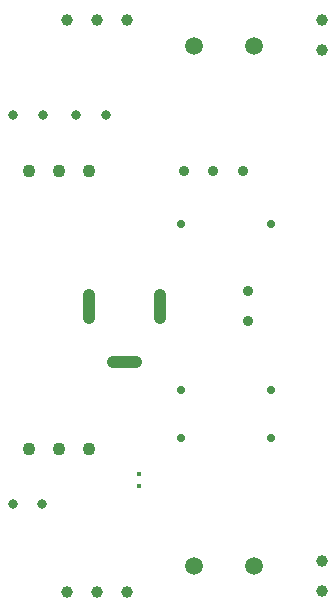
<source format=gbr>
%TF.GenerationSoftware,KiCad,Pcbnew,7.0.11*%
%TF.CreationDate,2024-05-20T00:04:39+02:00*%
%TF.ProjectId,Power supply,506f7765-7220-4737-9570-706c792e6b69,rev?*%
%TF.SameCoordinates,Original*%
%TF.FileFunction,Plated,1,2,PTH,Mixed*%
%TF.FilePolarity,Positive*%
%FSLAX46Y46*%
G04 Gerber Fmt 4.6, Leading zero omitted, Abs format (unit mm)*
G04 Created by KiCad (PCBNEW 7.0.11) date 2024-05-20 00:04:39*
%MOMM*%
%LPD*%
G01*
G04 APERTURE LIST*
%TA.AperFunction,ViaDrill*%
%ADD10C,0.400000*%
%TD*%
%TA.AperFunction,ComponentDrill*%
%ADD11C,0.700000*%
%TD*%
%TA.AperFunction,ComponentDrill*%
%ADD12C,0.800000*%
%TD*%
%TA.AperFunction,ComponentDrill*%
%ADD13C,0.900000*%
%TD*%
%TA.AperFunction,ComponentDrill*%
%ADD14C,1.000000*%
%TD*%
G04 aperture for slot hole*
%TA.AperFunction,ComponentDrill*%
%ADD15C,1.000000*%
%TD*%
%TA.AperFunction,ComponentDrill*%
%ADD16C,1.100000*%
%TD*%
%TA.AperFunction,ComponentDrill*%
%ADD17C,1.520000*%
%TD*%
G04 APERTURE END LIST*
D10*
X143256000Y-86614000D03*
X143256000Y-87630000D03*
D11*
%TO.C,R1*%
X146812000Y-65405000D03*
%TO.C,R3*%
X146812000Y-79502000D03*
%TO.C,R2*%
X146812000Y-83566000D03*
%TO.C,R1*%
X154432000Y-65405000D03*
%TO.C,R3*%
X154432000Y-79502000D03*
%TO.C,R2*%
X154432000Y-83566000D03*
D12*
%TO.C,C2*%
X132588000Y-89154000D03*
%TO.C,C3*%
X132628000Y-56190000D03*
%TO.C,C2*%
X135088000Y-89154000D03*
%TO.C,C3*%
X135128000Y-56190000D03*
%TO.C,C1*%
X137962000Y-56190000D03*
X140462000Y-56190000D03*
D13*
%TO.C,S1*%
X147075000Y-60960000D03*
X149575000Y-60960000D03*
X152075000Y-60960000D03*
%TO.C,D1*%
X152495000Y-71120000D03*
X152495000Y-73660000D03*
D14*
%TO.C,J2*%
X137160000Y-48183800D03*
%TO.C,J5*%
X137175000Y-96530000D03*
D15*
%TO.C,J1*%
X139065000Y-73390000D02*
X139065000Y-71390000D01*
D14*
%TO.C,J2*%
X139700000Y-48183800D03*
%TO.C,J5*%
X139715000Y-96530000D03*
D15*
%TO.C,J1*%
X143065000Y-77090000D02*
X141065000Y-77090000D01*
D14*
%TO.C,J2*%
X142240000Y-48183800D03*
%TO.C,J5*%
X142255000Y-96530000D03*
D15*
%TO.C,J1*%
X145065000Y-73390000D02*
X145065000Y-71390000D01*
D14*
%TO.C,J3*%
X158750000Y-48183800D03*
X158750000Y-50723800D03*
%TO.C,J6*%
X158750000Y-93980000D03*
X158750000Y-96520000D03*
D16*
%TO.C,U2*%
X133985000Y-60960000D03*
%TO.C,U1*%
X133985000Y-84455000D03*
%TO.C,U2*%
X136525000Y-60960000D03*
%TO.C,U1*%
X136525000Y-84455000D03*
%TO.C,U2*%
X139065000Y-60960000D03*
%TO.C,U1*%
X139065000Y-84455000D03*
D17*
%TO.C,J4*%
X147955000Y-50383800D03*
%TO.C,J7*%
X147955000Y-94330000D03*
%TO.C,J4*%
X153035000Y-50383800D03*
%TO.C,J7*%
X153035000Y-94330000D03*
M02*

</source>
